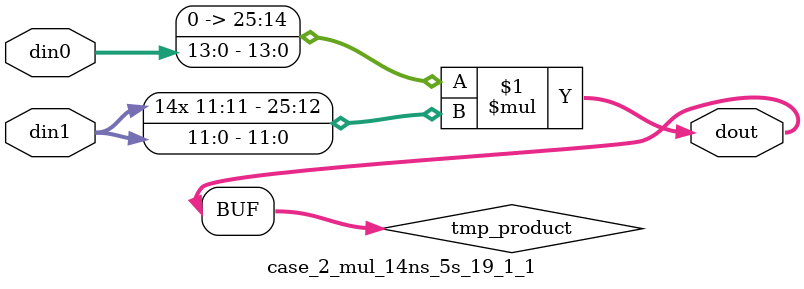
<source format=v>

`timescale 1 ns / 1 ps

 (* use_dsp = "no" *)  module case_2_mul_14ns_5s_19_1_1(din0, din1, dout);
parameter ID = 1;
parameter NUM_STAGE = 0;
parameter din0_WIDTH = 14;
parameter din1_WIDTH = 12;
parameter dout_WIDTH = 26;

input [din0_WIDTH - 1 : 0] din0; 
input [din1_WIDTH - 1 : 0] din1; 
output [dout_WIDTH - 1 : 0] dout;

wire signed [dout_WIDTH - 1 : 0] tmp_product;

























assign tmp_product = $signed({1'b0, din0}) * $signed(din1);










assign dout = tmp_product;





















endmodule

</source>
